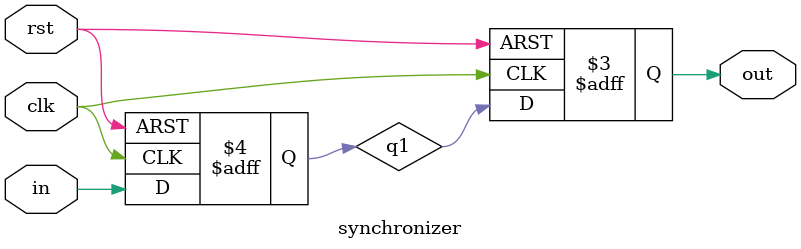
<source format=v>
`timescale 1ns / 1ps


module synchronizer( 
input clk,
input rst, 
input in,
output reg out
);
reg q1;

always@(posedge clk, posedge rst) begin
    if(rst == 1'b1) begin
        q1 <= 0;
        out <= 0;
    end
 
    else begin
        q1 <= in;
        out <= q1;
    end
    
end

endmodule
</source>
